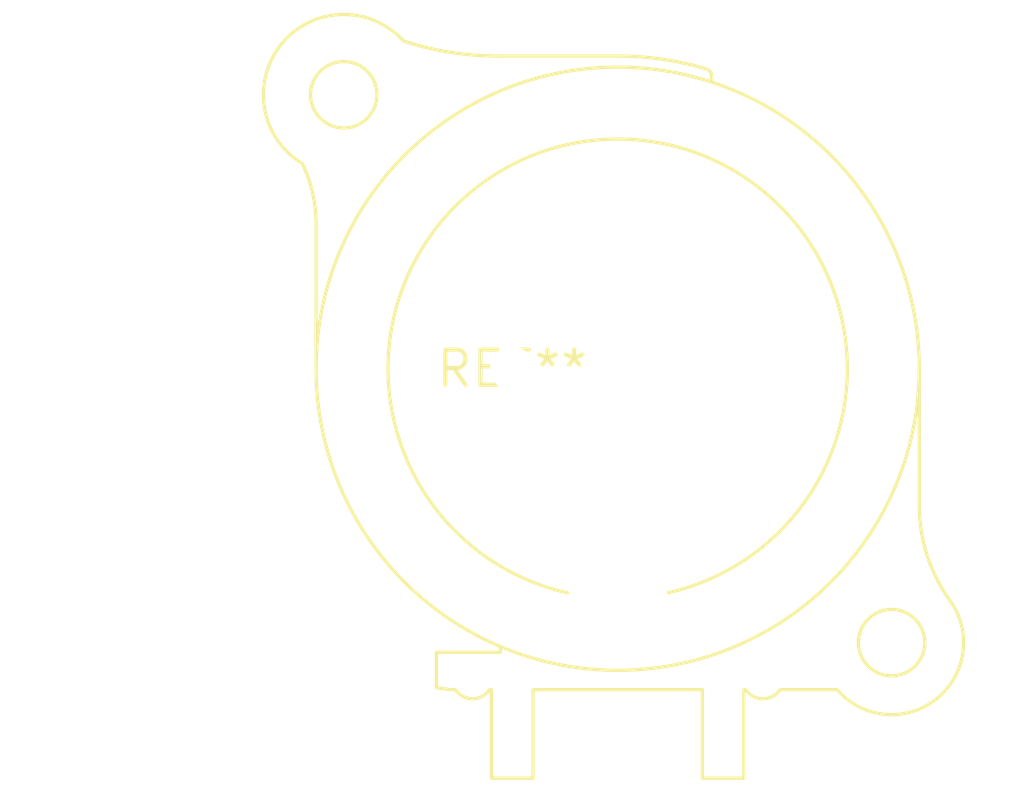
<source format=kicad_pcb>
(kicad_pcb (version 20240108) (generator pcbnew)
  (layers (0 "F.Cu" signal) (31 "B.Cu" signal) (34 "B.Paste" user) (35 "F.Paste" user) (36 "B.SilkS" user "B.Silkscreen") (37 "F.SilkS" user "F.Silkscreen") (38 "B.Mask" user) (39 "F.Mask" user) (44 "Edge.Cuts" user))
  (net 0 "")
  (footprint "Jack_XLR_Neutrik_NC3MAAV-0_Vertical" (layer "F.Cu") (at 0 0)
    (property "Reference" "REF**")
    (property "Value" "Jack_XLR_Neutrik_NC3MAAV-0_Vertical")
    (fp_line (start -7.09 -5.24) (end -7.09 0) (layer "F.SilkS") (stroke (width 0.12)))
    (fp_line (start -2.74 11.53) (end -2.74 10.25) (layer "F.SilkS") (stroke (width 0.12)))
    (fp_line (start -2.74 11.53) (end -2.24 11.6) (layer "F.SilkS") (stroke (width 0.12)))
    (fp_line (start -2.24 11.6) (end -2.06 11.6) (layer "F.SilkS") (stroke (width 0.12)))
    (fp_line (start -0.75 11.6) (end -0.82 11.6) (layer "F.SilkS") (stroke (width 0.12)))
    (fp_line (start -0.75 11.6) (end -0.75 14.8) (layer "F.SilkS") (stroke (width 0.12)))
    (fp_line (start -0.43 10.25) (end -2.74 10.25) (layer "F.SilkS") (stroke (width 0.12)))
    (fp_line (start -0.43 10.25) (end -0.43 10.05) (layer "F.SilkS") (stroke (width 0.12)))
    (fp_line (start 0.75 11.6) (end 0.75 14.8) (layer "F.SilkS") (stroke (width 0.12)))
    (fp_line (start 0.75 11.6) (end 6.87 11.6) (layer "F.SilkS") (stroke (width 0.12)))
    (fp_line (start 0.75 14.8) (end -0.75 14.8) (layer "F.SilkS") (stroke (width 0.12)))
    (fp_line (start 3.81 -11.3) (end -0.53 -11.3) (layer "F.SilkS") (stroke (width 0.12)))
    (fp_line (start 6.87 11.6) (end 6.87 14.8) (layer "F.SilkS") (stroke (width 0.12)))
    (fp_line (start 7.21 -10.36) (end 7.21 -10.55) (layer "F.SilkS") (stroke (width 0.12)))
    (fp_line (start 8.37 11.6) (end 8.37 14.8) (layer "F.SilkS") (stroke (width 0.12)))
    (fp_line (start 8.37 11.6) (end 8.44 11.6) (layer "F.SilkS") (stroke (width 0.12)))
    (fp_line (start 8.37 14.8) (end 6.87 14.8) (layer "F.SilkS") (stroke (width 0.12)))
    (fp_line (start 9.68 11.6) (end 11.74 11.6) (layer "F.SilkS") (stroke (width 0.12)))
    (fp_line (start 14.71 4.95) (end 14.71 0) (layer "F.SilkS") (stroke (width 0.12)))
    (fp_arc (start -7.588965 -7.414421) (mid -8.331551 -11.74403) (end -3.94 -11.85) (layer "F.SilkS") (stroke (width 0.12)))
    (fp_arc (start -7.584615 -7.408295) (mid -7.215222 -6.351997) (end -7.09 -5.24) (layer "F.SilkS") (stroke (width 0.12)))
    (fp_arc (start -0.820521 11.600769) (mid -1.440464 11.928866) (end -2.06 11.6) (layer "F.SilkS") (stroke (width 0.12)))
    (fp_arc (start -0.53 -11.3) (mid -2.253923 -11.43719) (end -3.934451 -11.845305) (layer "F.SilkS") (stroke (width 0.12)))
    (fp_arc (start 2 8.1) (mid 3.802206 -8.299761) (end 5.635209 8.096586) (layer "F.SilkS") (stroke (width 0.12)))
    (fp_arc (start 3.81 -11.3) (mid 5.421707 -11.184471) (end 7.000458 -10.840248) (layer "F.SilkS") (stroke (width 0.12)))
    (fp_arc (start 7.004232 -10.837678) (mid 7.156013 -10.728814) (end 7.21 -10.55) (layer "F.SilkS") (stroke (width 0.12)))
    (fp_arc (start 9.679479 11.600769) (mid 9.059536 11.928866) (end 8.44 11.6) (layer "F.SilkS") (stroke (width 0.12)))
    (fp_arc (start 15.815277 8.372002) (mid 14.993173 6.748036) (end 14.71 4.95) (layer "F.SilkS") (stroke (width 0.12)))
    (fp_arc (start 15.815343 8.370807) (mid 15.326014 11.93946) (end 11.74 11.6) (layer "F.SilkS") (stroke (width 0.12)))
    (fp_circle (center -6.09 -9.9) (end -4.89 -9.9) (layer "F.SilkS") (stroke (width 0.12)) (fill none))
    (fp_circle (center 3.81 0) (end 14.71 0) (layer "F.SilkS") (stroke (width 0.12)) (fill none))
    (fp_circle (center 13.71 9.9) (end 14.91 9.9) (layer "F.SilkS") (stroke (width 0.12)) (fill none))
    (pad "1" thru_hole circle (at 0 0) (size 3.4 3.4) (drill 1.6) (layers *.Cu *.Mask) (remove_unused_layers))
    (pad "2" thru_hole circle (at 7.62 0) (size 3.4 3.4) (drill 1.6) (layers *.Cu *.Mask) (remove_unused_layers))
    (pad "3" thru_hole circle (at 3.81 3.81) (size 3.4 3.4) (drill 1.6) (layers *.Cu *.Mask) (remove_unused_layers))
    (pad "G" thru_hole circle (at 3.81 8.255) (size 2.9 2.9) (drill 1.2) (layers *.Cu *.Mask) (remove_unused_layers))
  )
)
</source>
